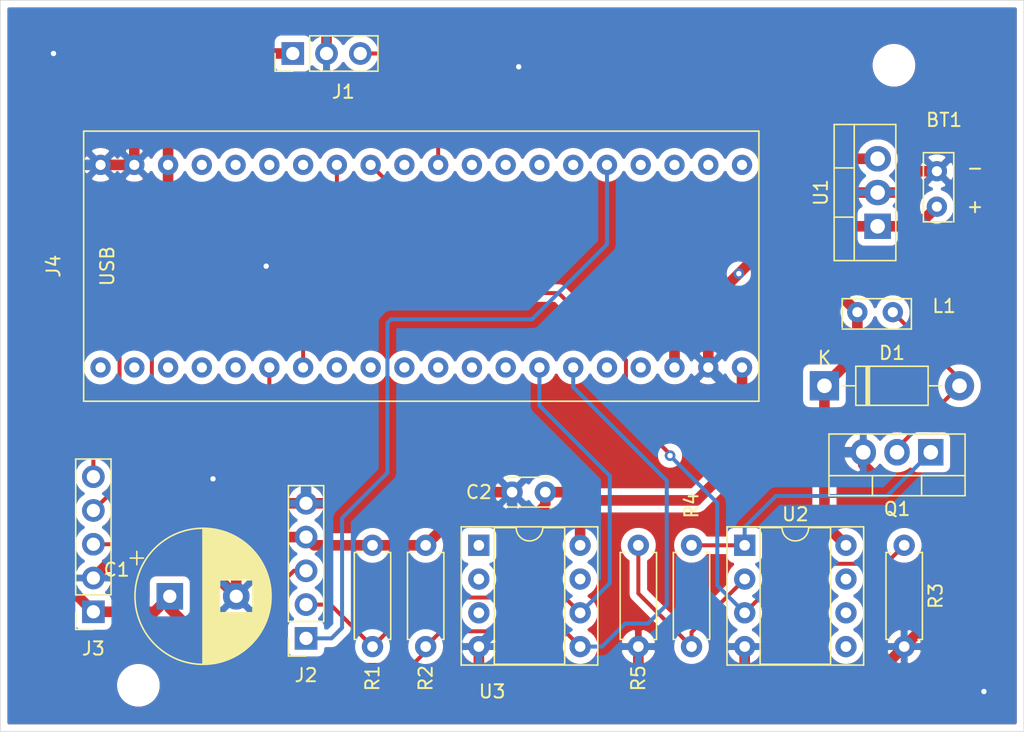
<source format=kicad_pcb>
(kicad_pcb (version 20211014) (generator pcbnew)
  (layers (0 "F.Cu" signal) (31 "B.Cu" signal) (34 "B.Paste" user) (35 "F.Paste" user) (36 "B.SilkS" user "B.Silkscreen") (37 "F.SilkS" user "F.Silkscreen") (38 "B.Mask" user) (39 "F.Mask" user) (44 "Edge.Cuts" user))
  (net 0 "")
  (net 1 "GND")
  (net 2 "Vbat")
  (net 3 "VCC_3.3V")
  (net 4 "Net-(D1-Pad2)")
  (net 5 "PA5")
  (net 6 "PA0")
  (net 7 "PB6")
  (net 8 "PB7")
  (net 9 "PA9")
  (net 10 "PA10")
  (net 11 "Net-(J4-Pad1)")
  (net 12 "Net-(J4-Pad2)")
  (net 13 "Net-(J4-Pad3)")
  (net 14 "Net-(J4-Pad4)")
  (net 15 "Net-(J4-Pad5)")
  (net 16 "Net-(J4-Pad8)")
  (net 17 "Net-(J4-Pad9)")
  (net 18 "Net-(J4-Pad10)")
  (net 19 "Net-(J4-Pad11)")
  (net 20 "Net-(J4-Pad12)")
  (net 21 "Net-(J4-Pad13)")
  (net 22 "Net-(J4-Pad16)")
  (net 23 "Net-(J4-Pad17)")
  (net 24 "VCC_5V")
  (net 25 "Net-(J4-Pad21)")
  (net 26 "Net-(J4-Pad22)")
  (net 27 "Net-(J4-Pad23)")
  (net 28 "Net-(J4-Pad24)")
  (net 29 "Net-(J4-Pad26)")
  (net 30 "Net-(J4-Pad27)")
  (net 31 "Net-(J4-Pad28)")
  (net 32 "Net-(J4-Pad29)")
  (net 33 "Net-(J4-Pad31)")
  (net 34 "PA7")
  (net 35 "Net-(J4-Pad34)")
  (net 36 "Net-(J4-Pad35)")
  (net 37 "Net-(J4-Pad36)")
  (net 38 "Net-(J4-Pad37)")
  (net 39 "Net-(Q1-Pad1)")
  (net 40 "Net-(R4-Pad2)")
  (net 41 "Net-(U3-Pad1)")
  (net 42 "Net-(U3-Pad2)")
  (net 43 "Net-(U3-Pad3)")
  (net 44 "Net-(U3-Pad7)")
  (net 45 "PB0")
  (footprint "Resistor_THT:R_Axial_DIN0207_L6.3mm_D2.5mm_P7.62mm_Horizontal" (layer "F.Cu") (at 182 81 -90)
    (fp_text reference "R4" (at -3 0 90) (layer "F.SilkS"))
    (fp_text value "10K")
    (pad "1" thru_hole circle locked (at 0 0 270) (size 1.6 1.6) (drill 0.8) (layers *.Cu *.Mask) (net 39 "Net-(Q1-Pad1)"))
    (pad "2" thru_hole oval locked (at 7.62 0 270) (size 1.6 1.6) (drill 0.8) (layers *.Cu *.Mask) (net 40 "Net-(R4-Pad2)"))
  )
  (footprint "Package_DIP:DIP-8_W7.62mm_Socket" (layer "F.Cu") (at 166 81)
    (fp_text reference "U3" (at 1 11) (layer "F.SilkS"))
    (fp_text value "EEPROM")
    (pad "1" thru_hole rect locked (at 0 0) (size 1.6 1.6) (drill 0.8) (layers *.Cu *.Mask) (net 41 "Net-(U3-Pad1)"))
    (pad "2" thru_hole oval locked (at 0 2.54) (size 1.6 1.6) (drill 0.8) (layers *.Cu *.Mask) (net 42 "Net-(U3-Pad2)"))
    (pad "3" thru_hole oval locked (at 0 5.08) (size 1.6 1.6) (drill 0.8) (layers *.Cu *.Mask) (net 43 "Net-(U3-Pad3)"))
    (pad "4" thru_hole oval locked (at 0 7.62) (size 1.6 1.6) (drill 0.8) (layers *.Cu *.Mask) (net 1 "GND"))
    (pad "5" thru_hole oval locked (at 7.62 7.62) (size 1.6 1.6) (drill 0.8) (layers *.Cu *.Mask) (net 8 "PB7"))
    (pad "6" thru_hole oval locked (at 7.62 5.08) (size 1.6 1.6) (drill 0.8) (layers *.Cu *.Mask) (net 7 "PB6"))
    (pad "7" thru_hole oval locked (at 7.62 2.54) (size 1.6 1.6) (drill 0.8) (layers *.Cu *.Mask) (net 44 "Net-(U3-Pad7)"))
    (pad "8" thru_hole oval locked (at 7.62 0) (size 1.6 1.6) (drill 0.8) (layers *.Cu *.Mask) (net 3 "VCC_3.3V"))
  )
  (footprint "Resistor_THT:R_Axial_DIN0207_L6.3mm_D2.5mm_P7.62mm_Horizontal" (layer "F.Cu") (at 158 81 -90)
    (fp_text reference "R1" (at 10 0 90) (layer "F.SilkS"))
    (fp_text value "10K")
    (pad "1" thru_hole circle locked (at 0 0 270) (size 1.6 1.6) (drill 0.8) (layers *.Cu *.Mask) (net 3 "VCC_3.3V"))
    (pad "2" thru_hole oval locked (at 7.62 0 270) (size 1.6 1.6) (drill 0.8) (layers *.Cu *.Mask) (net 7 "PB6"))
  )
  (footprint "Package_TO_SOT_THT:TO-220-3_Vertical" (layer "F.Cu") (at 196 57 90)
    (fp_text reference "U1" (at 2.54 -4.27 90) (layer "F.SilkS"))
    (fp_text value "L7805")
    (pad "1" thru_hole rect locked (at 0 0 90) (size 1.905 2) (drill 1.1) (layers *.Cu *.Mask) (net 2 "Vbat"))
    (pad "2" thru_hole oval locked (at 2.54 0 90) (size 1.905 2) (drill 1.1) (layers *.Cu *.Mask) (net 1 "GND"))
    (pad "3" thru_hole oval locked (at 5.08 0 90) (size 1.905 2) (drill 1.1) (layers *.Cu *.Mask) (net 24 "VCC_5V"))
  )
  (footprint "Package_TO_SOT_THT:TO-220-3_Vertical" (layer "F.Cu") (at 200 74 180)
    (fp_text reference "Q1" (at 2.54 -4.27) (layer "F.SilkS"))
    (fp_text value "IRLZ44N")
    (pad "1" thru_hole rect locked (at 0 0 180) (size 1.905 2) (drill 1.1) (layers *.Cu *.Mask) (net 39 "Net-(Q1-Pad1)"))
    (pad "2" thru_hole oval locked (at 2.54 0 180) (size 1.905 2) (drill 1.1) (layers *.Cu *.Mask) (net 4 "Net-(D1-Pad2)"))
    (pad "3" thru_hole oval locked (at 5.08 0 180) (size 1.905 2) (drill 1.1) (layers *.Cu *.Mask) (net 1 "GND"))
  )
  (footprint "Package_DIP:DIP-8_W7.62mm_Socket" (layer "F.Cu") (at 186 81)
    (fp_text reference "U2" (at 3.81 -2.33) (layer "F.SilkS"))
    (fp_text value "LM358")
    (pad "1" thru_hole rect locked (at 0 0) (size 1.6 1.6) (drill 0.8) (layers *.Cu *.Mask) (net 39 "Net-(Q1-Pad1)"))
    (pad "2" thru_hole oval locked (at 0 2.54) (size 1.6 1.6) (drill 0.8) (layers *.Cu *.Mask) (net 40 "Net-(R4-Pad2)"))
    (pad "3" thru_hole oval locked (at 0 5.08) (size 1.6 1.6) (drill 0.8) (layers *.Cu *.Mask) (net 34 "PA7"))
    (pad "4" thru_hole oval locked (at 0 7.62) (size 1.6 1.6) (drill 0.8) (layers *.Cu *.Mask) (net 1 "GND"))
    (pad "5" thru_hole oval locked (at 7.62 7.62) (size 1.6 1.6) (drill 0.8) (layers *.Cu *.Mask))
    (pad "6" thru_hole oval locked (at 7.62 5.08) (size 1.6 1.6) (drill 0.8) (layers *.Cu *.Mask))
    (pad "7" thru_hole oval locked (at 7.62 2.54) (size 1.6 1.6) (drill 0.8) (layers *.Cu *.Mask))
    (pad "8" thru_hole oval locked (at 7.62 0) (size 1.6 1.6) (drill 0.8) (layers *.Cu *.Mask) (net 2 "Vbat"))
  )
  (footprint "Resistor_THT:R_Axial_DIN0207_L6.3mm_D2.5mm_P7.62mm_Horizontal" (layer "F.Cu") (at 198 81 -90)
    (fp_text reference "R3" (at 3.81 -2.37 90) (layer "F.SilkS"))
    (fp_text value "10K")
    (pad "1" thru_hole circle locked (at 0 0 270) (size 1.6 1.6) (drill 0.8) (layers *.Cu *.Mask) (net 34 "PA7"))
    (pad "2" thru_hole oval locked (at 7.62 0 270) (size 1.6 1.6) (drill 0.8) (layers *.Cu *.Mask) (net 1 "GND"))
  )
  (footprint "BATT:BATT" (layer "F.Cu") (at 203 54 180)
    (fp_text reference "BT1" (at 2 5) (layer "F.SilkS"))
    (fp_text value "Battery")
    (pad "1" thru_hole circle locked (at 2.54 -1.524 180) (size 1.524 1.524) (drill 0.762) (layers *.Cu *.Mask) (net 2 "Vbat"))
    (pad "2" thru_hole circle locked (at 2.54 1.143 180) (size 1.524 1.524) (drill 0.762) (layers *.Cu *.Mask) (net 1 "GND"))
  )
  (footprint "Connector_PinSocket_2.54mm:PinSocket_1x05_P2.54mm_Vertical" (layer "F.Cu") (at 137 86 180)
    (fp_text reference "J3" (at 0 -2.77) (layer "F.SilkS"))
    (fp_text value "HC-12")
    (pad "1" thru_hole rect locked (at 0 0 180) (size 1.7 1.7) (drill 1) (layers *.Cu *.Mask) (net 3 "VCC_3.3V"))
    (pad "2" thru_hole oval locked (at 0 2.54 180) (size 1.7 1.7) (drill 1) (layers *.Cu *.Mask) (net 1 "GND"))
    (pad "3" thru_hole oval locked (at 0 5.08 180) (size 1.7 1.7) (drill 1) (layers *.Cu *.Mask) (net 9 "PA9"))
    (pad "4" thru_hole oval locked (at 0 7.62 180) (size 1.7 1.7) (drill 1) (layers *.Cu *.Mask) (net 10 "PA10"))
    (pad "5" thru_hole oval locked (at 0 10.16 180) (size 1.7 1.7) (drill 1) (layers *.Cu *.Mask) (net 45 "PB0"))
  )
  (footprint "Connector_PinSocket_2.54mm:PinSocket_1x05_P2.54mm_Vertical" (layer "F.Cu") (at 153 88 180)
    (fp_text reference "J2" (at 0 -2.77) (layer "F.SilkS"))
    (fp_text value "DS3231")
    (pad "1" thru_hole rect locked (at 0 0 180) (size 1.7 1.7) (drill 1) (layers *.Cu *.Mask) (net 6 "PA0"))
    (pad "2" thru_hole oval locked (at 0 2.54 180) (size 1.7 1.7) (drill 1) (layers *.Cu *.Mask) (net 7 "PB6"))
    (pad "3" thru_hole oval locked (at 0 5.08 180) (size 1.7 1.7) (drill 1) (layers *.Cu *.Mask) (net 8 "PB7"))
    (pad "4" thru_hole oval locked (at 0 7.62 180) (size 1.7 1.7) (drill 1) (layers *.Cu *.Mask) (net 3 "VCC_3.3V"))
    (pad "5" thru_hole oval locked (at 0 10.16 180) (size 1.7 1.7) (drill 1) (layers *.Cu *.Mask) (net 1 "GND"))
  )
  (footprint "Connector_PinHeader_2.54mm:PinHeader_1x03_P2.54mm_Vertical" (layer "F.Cu") (at 152 44 90)
    (fp_text reference "J1" (at -2.8757 3.8036 180) (layer "F.SilkS"))
    (fp_text value "MOISTURE-SENSOR")
    (pad "1" thru_hole rect locked (at 0 0 90) (size 1.7 1.7) (drill 1) (layers *.Cu *.Mask) (net 3 "VCC_3.3V"))
    (pad "2" thru_hole oval locked (at 0 2.54 90) (size 1.7 1.7) (drill 1) (layers *.Cu *.Mask) (net 1 "GND"))
    (pad "3" thru_hole oval locked (at 0 5.08 90) (size 1.7 1.7) (drill 1) (layers *.Cu *.Mask) (net 5 "PA5"))
  )
  (footprint "Capacitor_THT:C_Disc_D3.0mm_W2.0mm_P2.50mm" (layer "F.Cu") (at 171 77 180)
    (fp_text reference "C2" (at 5 0) (layer "F.SilkS"))
    (fp_text value "100nF")
    (pad "1" thru_hole circle locked (at 0 0 180) (size 1.6 1.6) (drill 0.8) (layers *.Cu *.Mask) (net 3 "VCC_3.3V"))
    (pad "2" thru_hole circle locked (at 2.5 0 180) (size 1.6 1.6) (drill 0.8) (layers *.Cu *.Mask) (net 1 "GND"))
  )
  (footprint "Capacitor_THT:CP_Radial_D10.0mm_P5.00mm" (layer "F.Cu") (at 142.748 84.836)
    (fp_text reference "C1" (at -4 -2) (layer "F.SilkS"))
    (fp_text value "100uF")
    (pad "1" thru_hole rect locked (at 0 0) (size 2 2) (drill 1) (layers *.Cu *.Mask) (net 3 "VCC_3.3V"))
    (pad "2" thru_hole circle locked (at 5 0) (size 2 2) (drill 1) (layers *.Cu *.Mask) (net 1 "GND"))
  )
  (footprint "BATT:BATT" (layer "F.Cu") (at 196 66 90)
    (fp_text reference "L1" (at 3 5 180) (layer "F.SilkS"))
    (fp_text value "SOLENOID")
    (pad "1" thru_hole circle locked (at 2.54 -1.524 90) (size 1.524 1.524) (drill 0.762) (layers *.Cu *.Mask) (net 2 "Vbat"))
    (pad "2" thru_hole circle locked (at 2.54 1.143 90) (size 1.524 1.524) (drill 0.762) (layers *.Cu *.Mask) (net 4 "Net-(D1-Pad2)"))
  )
  (footprint "Resistor_THT:R_Axial_DIN0207_L6.3mm_D2.5mm_P7.62mm_Horizontal" (layer "F.Cu") (at 178 81 -90)
    (fp_text reference "R5" (at 10 0 90) (layer "F.SilkS"))
    (fp_text value "20K")
    (pad "1" thru_hole circle locked (at 0 0 270) (size 1.6 1.6) (drill 0.8) (layers *.Cu *.Mask) (net 40 "Net-(R4-Pad2)"))
    (pad "2" thru_hole oval locked (at 7.62 0 270) (size 1.6 1.6) (drill 0.8) (layers *.Cu *.Mask) (net 1 "GND"))
  )
  (footprint "Diode_THT:D_DO-41_SOD81_P10.16mm_Horizontal" (layer "F.Cu") (at 192 69)
    (fp_text reference "D1" (at 5.08 -2.47) (layer "F.SilkS"))
    (fp_text value "1N4001")
    (fp_text user "K" (at 0 -2.1) (layer "F.SilkS"))
    (pad "1" thru_hole rect locked (at 0 0) (size 2.2 2.2) (drill 1.1) (layers *.Cu *.Mask) (net 2 "Vbat"))
    (pad "2" thru_hole oval locked (at 10.16 0) (size 2.2 2.2) (drill 1.1) (layers *.Cu *.Mask) (net 4 "Net-(D1-Pad2)"))
  )
  (footprint "BLUEPILL:BLUEPILL" (layer "F.Cu") (at 135 60)
    (fp_text reference "J4" (at -1 0 90) (layer "F.SilkS"))
    (fp_text value "BLUEPILL")
    (fp_text user "USB" (at 3.048 0 90) (layer "F.SilkS"))
    (pad "1" thru_hole circle locked (at 2.54 7.62) (size 1.524 1.524) (drill 0.762) (layers *.Cu *.Mask) (net 11 "Net-(J4-Pad1)"))
    (pad "2" thru_hole circle locked (at 5.08 7.62) (size 1.524 1.524) (drill 0.762) (layers *.Cu *.Mask) (net 12 "Net-(J4-Pad2)"))
    (pad "3" thru_hole circle locked (at 7.62 7.62) (size 1.524 1.524) (drill 0.762) (layers *.Cu *.Mask) (net 13 "Net-(J4-Pad3)"))
    (pad "4" thru_hole circle locked (at 10.16 7.62) (size 1.524 1.524) (drill 0.762) (layers *.Cu *.Mask) (net 14 "Net-(J4-Pad4)"))
    (pad "5" thru_hole circle locked (at 12.7 7.62) (size 1.524 1.524) (drill 0.762) (layers *.Cu *.Mask) (net 15 "Net-(J4-Pad5)"))
    (pad "6" thru_hole circle locked (at 15.24 7.62) (size 1.524 1.524) (drill 0.762) (layers *.Cu *.Mask) (net 9 "PA9"))
    (pad "7" thru_hole circle locked (at 17.78 7.62) (size 1.524 1.524) (drill 0.762) (layers *.Cu *.Mask) (net 10 "PA10"))
    (pad "8" thru_hole circle locked (at 20.32 7.62) (size 1.524 1.524) (drill 0.762) (layers *.Cu *.Mask) (net 16 "Net-(J4-Pad8)"))
    (pad "9" thru_hole circle locked (at 22.86 7.62) (size 1.524 1.524) (drill 0.762) (layers *.Cu *.Mask) (net 17 "Net-(J4-Pad9)"))
    (pad "10" thru_hole circle locked (at 25.4 7.62) (size 1.524 1.524) (drill 0.762) (layers *.Cu *.Mask) (net 18 "Net-(J4-Pad10)"))
    (pad "11" thru_hole circle locked (at 27.94 7.62) (size 1.524 1.524) (drill 0.762) (layers *.Cu *.Mask) (net 19 "Net-(J4-Pad11)"))
    (pad "12" thru_hole circle locked (at 30.48 7.62) (size 1.524 1.524) (drill 0.762) (layers *.Cu *.Mask) (net 20 "Net-(J4-Pad12)"))
    (pad "13" thru_hole circle locked (at 33.02 7.62) (size 1.524 1.524) (drill 0.762) (layers *.Cu *.Mask) (net 21 "Net-(J4-Pad13)"))
    (pad "14" thru_hole circle locked (at 35.56 7.62) (size 1.524 1.524) (drill 0.762) (layers *.Cu *.Mask) (net 7 "PB6"))
    (pad "15" thru_hole circle locked (at 38.1 7.62) (size 1.524 1.524) (drill 0.762) (layers *.Cu *.Mask) (net 8 "PB7"))
    (pad "16" thru_hole circle locked (at 40.64 7.62) (size 1.524 1.524) (drill 0.762) (layers *.Cu *.Mask) (net 22 "Net-(J4-Pad16)"))
    (pad "17" thru_hole circle locked (at 43.18 7.62) (size 1.524 1.524) (drill 0.762) (layers *.Cu *.Mask) (net 23 "Net-(J4-Pad17)"))
    (pad "18" thru_hole circle locked (at 45.72 7.62) (size 1.524 1.524) (drill 0.762) (layers *.Cu *.Mask) (net 24 "VCC_5V"))
    (pad "19" thru_hole circle locked (at 48.26 7.62) (size 1.524 1.524) (drill 0.762) (layers *.Cu *.Mask) (net 1 "GND"))
    (pad "20" thru_hole circle locked (at 50.8 7.62) (size 1.524 1.524) (drill 0.762) (layers *.Cu *.Mask) (net 3 "VCC_3.3V"))
    (pad "21" thru_hole circle locked (at 50.8 -7.62) (size 1.524 1.524) (drill 0.762) (layers *.Cu *.Mask) (net 25 "Net-(J4-Pad21)"))
    (pad "22" thru_hole circle locked (at 48.26 -7.62) (size 1.524 1.524) (drill 0.762) (layers *.Cu *.Mask) (net 26 "Net-(J4-Pad22)"))
    (pad "23" thru_hole circle locked (at 45.72 -7.62) (size 1.524 1.524) (drill 0.762) (layers *.Cu *.Mask) (net 27 "Net-(J4-Pad23)"))
    (pad "24" thru_hole circle locked (at 43.18 -7.62) (size 1.524 1.524) (drill 0.762) (layers *.Cu *.Mask) (net 28 "Net-(J4-Pad24)"))
    (pad "25" thru_hole circle locked (at 40.64 -7.62) (size 1.524 1.524) (drill 0.762) (layers *.Cu *.Mask) (net 6 "PA0"))
    (pad "26" thru_hole circle locked (at 38.1 -7.62) (size 1.524 1.524) (drill 0.762) (layers *.Cu *.Mask) (net 29 "Net-(J4-Pad26)"))
    (pad "27" thru_hole circle locked (at 35.56 -7.62) (size 1.524 1.524) (drill 0.762) (layers *.Cu *.Mask) (net 30 "Net-(J4-Pad27)"))
    (pad "28" thru_hole circle locked (at 33.02 -7.62) (size 1.524 1.524) (drill 0.762) (layers *.Cu *.Mask) (net 31 "Net-(J4-Pad28)"))
    (pad "29" thru_hole circle locked (at 30.48 -7.62) (size 1.524 1.524) (drill 0.762) (layers *.Cu *.Mask) (net 32 "Net-(J4-Pad29)"))
    (pad "30" thru_hole circle locked (at 27.94 -7.62) (size 1.524 1.524) (drill 0.762) (layers *.Cu *.Mask) (net 5 "PA5"))
    (pad "31" thru_hole circle locked (at 25.4 -7.62) (size 1.524 1.524) (drill 0.762) (layers *.Cu *.Mask) (net 33 "Net-(J4-Pad31)"))
    (pad "32" thru_hole circle locked (at 22.86 -7.62) (size 1.524 1.524) (drill 0.762) (layers *.Cu *.Mask) (net 34 "PA7"))
    (pad "33" thru_hole circle locked (at 20.32 -7.62) (size 1.524 1.524) (drill 0.762) (layers *.Cu *.Mask) (net 45 "PB0"))
    (pad "34" thru_hole circle locked (at 17.78 -7.62) (size 1.524 1.524) (drill 0.762) (layers *.Cu *.Mask) (net 35 "Net-(J4-Pad34)"))
    (pad "35" thru_hole circle locked (at 15.24 -7.62) (size 1.524 1.524) (drill 0.762) (layers *.Cu *.Mask) (net 36 "Net-(J4-Pad35)"))
    (pad "36" thru_hole circle locked (at 12.7 -7.62) (size 1.524 1.524) (drill 0.762) (layers *.Cu *.Mask) (net 37 "Net-(J4-Pad36)"))
    (pad "37" thru_hole circle locked (at 10.16 -7.62) (size 1.524 1.524) (drill 0.762) (layers *.Cu *.Mask) (net 38 "Net-(J4-Pad37)"))
    (pad "38" thru_hole circle locked (at 7.62 -7.62) (size 1.524 1.524) (drill 0.762) (layers *.Cu *.Mask) (net 3 "VCC_3.3V"))
    (pad "39" thru_hole circle locked (at 5.08 -7.62) (size 1.524 1.524) (drill 0.762) (layers *.Cu *.Mask) (net 1 "GND"))
    (pad "40" thru_hole circle locked (at 2.54 -7.62) (size 1.524 1.524) (drill 0.762) (layers *.Cu *.Mask) (net 1 "GND"))
  )
  (footprint "Resistor_THT:R_Axial_DIN0207_L6.3mm_D2.5mm_P7.62mm_Horizontal" (layer "F.Cu") (at 162 81 -90)
    (fp_text reference "R2" (at 10 0 90) (layer "F.SilkS"))
    (fp_text value "10K")
    (pad "1" thru_hole circle locked (at 0 0 270) (size 1.6 1.6) (drill 0.8) (layers *.Cu *.Mask) (net 3 "VCC_3.3V"))
    (pad "2" thru_hole oval locked (at 7.62 0 270) (size 1.6 1.6) (drill 0.8) (layers *.Cu *.Mask) (net 8 "PB7"))
  )
  (footprint "MountingHole:MountingHole_2.2mm_M2" (layer "F.Cu") (at 197.22846 44.88688)
    (fp_text reference " " (at 0 -3.2) (layer "F.SilkS"))
    (fp_text value "MountingHole_2.2mm_M2")
    (pad "" np_thru_hole circle locked (at 0 0) (size 2.2 2.2) (drill 2.2) (layers *.Cu *.Mask))
  )
  (footprint "MountingHole:MountingHole_2.2mm_M2" (layer "F.Cu") (at 140.38834 91.53144)
    (fp_text reference " " (at 0 -3.2) (layer "F.SilkS"))
    (fp_text value "MountingHole_2.2mm_M2")
    (pad "" np_thru_hole circle locked (at 0 0) (size 2.2 2.2) (drill 2.2) (layers *.Cu *.Mask))
  )
  (gr_line (start 130 95) (end 130 40) (layer "Edge.Cuts") (width 0.05))
  (gr_line (start 207 95) (end 130 95) (layer "Edge.Cuts") (width 0.05))
  (gr_line (start 130 40) (end 200 40) (layer "Edge.Cuts") (width 0.05))
  (gr_line (start 200 40) (end 207 40) (layer "Edge.Cuts") (width 0.05))
  (gr_line (start 207 40) (end 207 95) (layer "Edge.Cuts") (width 0.05))
  (gr_text "+" (at 203.33208 55.4863) (layer "F.SilkS") (effects (font (size 1 1))))
  (gr_text "-" (at 203.33208 52.59324) (layer "F.SilkS") (effects (font (size 1 1))))
  (segment (start 166 91) (end 167 92) (width 0.8) (layer "F.Cu") (net 1))
  (segment (start 178.020001 91.020001) (end 179 92) (width 0.8) (layer "F.Cu") (net 1))
  (segment (start 143 41) (end 140.08 43.92) (width 0.8) (layer "F.Cu") (net 1))
  (segment (start 147.748 80.252) (end 147.748 84.836) (width 0.8) (layer "F.Cu") (net 1))
  (segment (start 166 88.62) (end 166 91) (width 0.8) (layer "F.Cu") (net 1))
  (segment (start 199.143 52.857) (end 200.46 52.857) (width 0.8) (layer "F.Cu") (net 1))
  (segment (start 140.08 43.92) (end 140.08 52.38) (width 0.8) (layer "F.Cu") (net 1))
  (segment (start 178 90) (end 178.020001 90.020001) (width 0.8) (layer "F.Cu") (net 1))
  (segment (start 153 77.84) (end 160.16 77.84) (width 0.8) (layer "F.Cu") (net 1))
  (segment (start 194.92 74.92) (end 200 80) (width 0.8) (layer "F.Cu") (net 1))
  (segment (start 137 83.46) (end 137.849999 82.610001) (width 0.8) (layer "F.Cu") (net 1))
  (segment (start 178.020001 90.020001) (end 178.020001 91.020001) (width 0.8) (layer "F.Cu") (net 1))
  (segment (start 186 91) (end 187 92) (width 0.8) (layer "F.Cu") (net 1))
  (segment (start 154.54 44) (end 154.54 42.54) (width 0.8) (layer "F.Cu") (net 1))
  (segment (start 194.62 92) (end 198 88.62) (width 0.8) (layer "F.Cu") (net 1))
  (segment (start 153 77.84) (end 150.16 77.84) (width 0.8) (layer "F.Cu") (net 1))
  (segment (start 137.54 52.38) (end 140.08 52.38) (width 0.8) (layer "F.Cu") (net 1))
  (segment (start 200 80) (end 200 86.62) (width 0.8) (layer "F.Cu") (net 1))
  (segment (start 154.54 42.54) (end 153 41) (width 0.8) (layer "F.Cu") (net 1))
  (segment (start 197.54 54.46) (end 199.143 52.857) (width 0.8) (layer "F.Cu") (net 1))
  (segment (start 153 41) (end 143 41) (width 0.8) (layer "F.Cu") (net 1))
  (segment (start 200 86.62) (end 198 88.62) (width 0.8) (layer "F.Cu") (net 1))
  (segment (start 179 92) (end 187 92) (width 0.8) (layer "F.Cu") (net 1))
  (segment (start 194.2 54.46) (end 183.26 65.4) (width 0.8) (layer "F.Cu") (net 1))
  (segment (start 186 88.62) (end 186 91) (width 0.8) (layer "F.Cu") (net 1))
  (segment (start 160.16 77.84) (end 161 77) (width 0.8) (layer "F.Cu") (net 1))
  (segment (start 183.26 65.4) (end 183.26 67.62) (width 0.8) (layer "F.Cu") (net 1))
  (segment (start 167 92) (end 179 92) (width 0.8) (layer "F.Cu") (net 1))
  (segment (start 196 54.46) (end 194.2 54.46) (width 0.8) (layer "F.Cu") (net 1))
  (segment (start 161 77) (end 168.5 77) (width 0.8) (layer "F.Cu") (net 1))
  (segment (start 196 54.46) (end 197.54 54.46) (width 0.8) (layer "F.Cu") (net 1))
  (segment (start 187 92) (end 194.62 92) (width 0.8) (layer "F.Cu") (net 1))
  (segment (start 194.92 74) (end 194.92 74.92) (width 0.8) (layer "F.Cu") (net 1))
  (segment (start 137.849999 82.610001) (end 145.522001 82.610001) (width 0.8) (layer "F.Cu") (net 1))
  (segment (start 194.92 74) (end 195 74) (width 0.8) (layer "F.Cu") (net 1))
  (segment (start 178 88.62) (end 178 90) (width 0.8) (layer "F.Cu") (net 1))
  (segment (start 145.522001 82.610001) (end 147.748 84.836) (width 0.8) (layer "F.Cu") (net 1))
  (segment (start 150.16 77.84) (end 147.748 80.252) (width 0.8) (layer "F.Cu") (net 1))
  (via (at 146 76) (size 0.8) (drill 0.4) (layers "F.Cu" "B.Cu") (net 1))
  (via (at 150 60) (size 0.8) (drill 0.4) (layers "F.Cu" "B.Cu") (net 1))
  (via (at 169 45) (size 0.8) (drill 0.4) (layers "F.Cu" "B.Cu") (net 1))
  (via (at 204 92) (size 0.8) (drill 0.4) (layers "F.Cu" "B.Cu") (net 1))
  (via (at 134 44) (size 0.8) (drill 0.4) (layers "F.Cu" "B.Cu") (net 1))
  (segment (start 168.5 86.12) (end 168.5 77) (width 0.8) (layer "B.Cu") (net 1))
  (segment (start 166 88.62) (end 168.5 86.12) (width 0.8) (layer "B.Cu") (net 1))
  (segment (start 151.7269 73.96988) (end 153 75.24298) (width 0.8) (layer "B.Cu") (net 1))
  (segment (start 183.26 67.62) (end 189.64 74) (width 0.8) (layer "B.Cu") (net 1))
  (segment (start 137.54 52.38) (end 134.50812 52.38) (width 0.8) (layer "B.Cu") (net 1))
  (segment (start 189.64 74) (end 194.92 74) (width 0.8) (layer "B.Cu") (net 1))
  (segment (start 134.50812 52.38) (end 131.61518 55.27294) (width 0.8) (layer "B.Cu") (net 1))
  (segment (start 134.47268 73.96988) (end 151.7269 73.96988) (width 0.8) (layer "B.Cu") (net 1))
  (segment (start 153 75.24298) (end 153 77.84) (width 0.8) (layer "B.Cu") (net 1))
  (segment (start 131.61518 55.27294) (end 131.61518 71.11238) (width 0.8) (layer "B.Cu") (net 1))
  (segment (start 131.61518 71.11238) (end 134.47268 73.96988) (width 0.8) (layer "B.Cu") (net 1))
  (segment (start 194.476 66.524) (end 192 69) (width 0.8) (layer "F.Cu") (net 2))
  (segment (start 196 57) (end 194 57) (width 0.8) (layer "F.Cu") (net 2))
  (segment (start 194 57) (end 193 58) (width 0.8) (layer "F.Cu") (net 2))
  (segment (start 192 69) (end 192 79.38) (width 0.8) (layer "F.Cu") (net 2))
  (segment (start 192 79.38) (end 193.62 81) (width 0.8) (layer "F.Cu") (net 2))
  (segment (start 198.984 57) (end 200.46 55.524) (width 0.8) (layer "F.Cu") (net 2))
  (segment (start 196 57) (end 198.984 57) (width 0.8) (layer "F.Cu") (net 2))
  (segment (start 193 61.984) (end 194.476 63.46) (width 0.8) (layer "F.Cu") (net 2))
  (segment (start 193 58) (end 193 61.984) (width 0.8) (layer "F.Cu") (net 2))
  (segment (start 194.476 63.46) (end 194.476 66.524) (width 0.8) (layer "F.Cu") (net 2))
  (segment (start 136.5 62.5) (end 134 65) (width 0.8) (layer "F.Cu") (net 3))
  (segment (start 144 87) (end 142.748 85.748) (width 0.8) (layer "F.Cu") (net 3))
  (segment (start 173 77) (end 173.62 77.62) (width 0.8) (layer "F.Cu") (net 3))
  (segment (start 158 81) (end 153.62 81) (width 0.8) (layer "F.Cu") (net 3))
  (segment (start 173.62 77.62) (end 173.62 81) (width 0.8) (layer "F.Cu") (net 3))
  (segment (start 150.62 80.38) (end 150 81) (width 0.8) (layer "F.Cu") (net 3))
  (segment (start 141.584 86) (end 142.748 84.836) (width 0.8) (layer "F.Cu") (net 3))
  (segment (start 150 81) (end 150 86) (width 0.8) (layer "F.Cu") (net 3))
  (segment (start 145 44) (end 142.62 46.38) (width 0.8) (layer "F.Cu") (net 3))
  (segment (start 134 83) (end 137 86) (width 0.8) (layer "F.Cu") (net 3))
  (segment (start 182.38 77.62) (end 173.62 77.62) (width 0.8) (layer "F.Cu") (net 3))
  (segment (start 142.62 56.38) (end 136.5 62.5) (width 0.8) (layer "F.Cu") (net 3))
  (segment (start 164 79) (end 170 79) (width 0.8) (layer "F.Cu") (net 3))
  (segment (start 150 86) (end 149 87) (width 0.8) (layer "F.Cu") (net 3))
  (segment (start 142.62 46.38) (end 142.62 52.38) (width 0.8) (layer "F.Cu") (net 3))
  (segment (start 170 79) (end 171 78) (width 0.8) (layer "F.Cu") (net 3))
  (segment (start 162 81) (end 164 79) (width 0.8) (layer "F.Cu") (net 3))
  (segment (start 153 80.38) (end 150.62 80.38) (width 0.8) (layer "F.Cu") (net 3))
  (segment (start 185.8 74.2) (end 182.38 77.62) (width 0.8) (layer "F.Cu") (net 3))
  (segment (start 149 87) (end 144 87) (width 0.8) (layer "F.Cu") (net 3))
  (segment (start 142.62 52.38) (end 142.62 56.38) (width 0.8) (layer "F.Cu") (net 3))
  (segment (start 152 44) (end 145 44) (width 0.8) (layer "F.Cu") (net 3))
  (segment (start 153.62 81) (end 153 80.38) (width 0.8) (layer "F.Cu") (net 3))
  (segment (start 185.8 67.62) (end 185.8 74.2) (width 0.8) (layer "F.Cu") (net 3))
  (segment (start 171 77) (end 173 77) (width 0.8) (layer "F.Cu") (net 3))
  (segment (start 134 65) (end 134 83) (width 0.8) (layer "F.Cu") (net 3))
  (segment (start 171 78) (end 171 77) (width 0.8) (layer "F.Cu") (net 3))
  (segment (start 137 86) (end 141.584 86) (width 0.8) (layer "F.Cu") (net 3))
  (segment (start 142.748 85.748) (end 142.748 84.836) (width 0.8) (layer "F.Cu") (net 3))
  (segment (start 158 81) (end 162 81) (width 0.8) (layer "F.Cu") (net 3))
  (segment (start 197.143 63.46) (end 202.16 68.477) (width 0.3) (layer "F.Cu") (net 4))
  (segment (start 202.16 68.477) (end 202.16 69) (width 0.3) (layer "F.Cu") (net 4))
  (segment (start 202.16 69) (end 197.46 73.7) (width 0.3) (layer "F.Cu") (net 4))
  (segment (start 197.46 73.7) (end 197.46 74) (width 0.3) (layer "F.Cu") (net 4))
  (segment (start 160 44) (end 162.94 46.94) (width 0.3) (layer "F.Cu") (net 5))
  (segment (start 162.94 46.94) (end 162.94 52.38) (width 0.3) (layer "F.Cu") (net 5))
  (segment (start 157.08 44) (end 160 44) (width 0.3) (layer "F.Cu") (net 5))
  (segment (start 175.64 58.36) (end 170 64) (width 0.3) (layer "B.Cu") (net 6))
  (segment (start 159.38284 64) (end 159.12338 64.25946) (width 0.3) (layer "B.Cu") (net 6))
  (segment (start 170 64) (end 159.38284 64) (width 0.3) (layer "B.Cu") (net 6))
  (segment (start 159.12338 75.5396) (end 155.70962 78.95336) (width 0.3) (layer "B.Cu") (net 6))
  (segment (start 155.70962 78.95336) (end 155.70962 87.20074) (width 0.3) (layer "B.Cu") (net 6))
  (segment (start 159.12338 64.25946) (end 159.12338 75.5396) (width 0.3) (layer "B.Cu") (net 6))
  (segment (start 175.64 52.38) (end 175.64 58.36) (width 0.3) (layer "B.Cu") (net 6))
  (segment (start 154.91036 88) (end 153 88) (width 0.3) (layer "B.Cu") (net 6))
  (segment (start 155.70962 87.20074) (end 154.91036 88) (width 0.3) (layer "B.Cu") (net 6))
  (segment (start 172.469999 84.929999) (end 173.62 86.08) (width 0.3) (layer "F.Cu") (net 7))
  (segment (start 161.690001 84.929999) (end 172.469999 84.929999) (width 0.3) (layer "F.Cu") (net 7))
  (segment (start 158 88.62) (end 161.690001 84.929999) (width 0.3) (layer "F.Cu") (net 7))
  (segment (start 153 85.46) (end 154.84 85.46) (width 0.3) (layer "F.Cu") (net 7))
  (segment (start 154.84 85.46) (end 158 88.62) (width 0.3) (layer "F.Cu") (net 7))
  (segment (start 170.56 70.48146) (end 175.84928 75.77074) (width 0.3) (layer "B.Cu") (net 7))
  (segment (start 170.56 67.62) (end 170.56 70.48146) (width 0.3) (layer "B.Cu") (net 7))
  (segment (start 175.84928 83.85072) (end 173.62 86.08) (width 0.3) (layer "B.Cu") (net 7))
  (segment (start 175.84928 75.77074) (end 175.84928 83.85072) (width 0.3) (layer "B.Cu") (net 7))
  (segment (start 150.75001 84.24999) (end 150.75001 89.75001) (width 0.3) (layer "F.Cu") (net 8))
  (segment (start 162 88.62) (end 163.150001 87.469999) (width 0.3) (layer "F.Cu") (net 8))
  (segment (start 150.75001 89.75001) (end 151 90) (width 0.3) (layer "F.Cu") (net 8))
  (segment (start 153 82.92) (end 152.08 82.92) (width 0.3) (layer "F.Cu") (net 8))
  (segment (start 162 89) (end 162 88.62) (width 0.3) (layer "F.Cu") (net 8))
  (segment (start 163.150001 87.469999) (end 172.469999 87.469999) (width 0.3) (layer "F.Cu") (net 8))
  (segment (start 172.469999 87.469999) (end 173.62 88.62) (width 0.3) (layer "F.Cu") (net 8))
  (segment (start 152.08 82.92) (end 150.75001 84.24999) (width 0.3) (layer "F.Cu") (net 8))
  (segment (start 161 90) (end 162 89) (width 0.3) (layer "F.Cu") (net 8))
  (segment (start 151 90) (end 161 90) (width 0.3) (layer "F.Cu") (net 8))
  (segment (start 173.1 67.62) (end 173.1 69.09716) (width 0.3) (layer "B.Cu") (net 8))
  (segment (start 177.00498 86.88832) (end 175.2733 88.62) (width 0.3) (layer "B.Cu") (net 8))
  (segment (start 178.71948 86.88832) (end 177.00498 86.88832) (width 0.3) (layer "B.Cu") (net 8))
  (segment (start 173.1 69.09716) (end 180.1368 76.13396) (width 0.3) (layer "B.Cu") (net 8))
  (segment (start 180.1368 76.13396) (end 180.1368 85.471) (width 0.3) (layer "B.Cu") (net 8))
  (segment (start 175.2733 88.62) (end 173.62 88.62) (width 0.3) (layer "B.Cu") (net 8))
  (segment (start 180.1368 85.471) (end 178.71948 86.88832) (width 0.3) (layer "B.Cu") (net 8))
  (segment (start 144.08 80.92) (end 137 80.92) (width 0.3) (layer "F.Cu") (net 9))
  (segment (start 150.24 74.76) (end 144.08 80.92) (width 0.3) (layer "F.Cu") (net 9))
  (segment (start 150.24 67.62) (end 150.24 74.76) (width 0.3) (layer "F.Cu") (net 9))
  (segment (start 142.6 65.2) (end 152.4 65.2) (width 0.3) (layer "F.Cu") (net 10))
  (segment (start 152.4 65.2) (end 152.78 65.58) (width 0.3) (layer "F.Cu") (net 10))
  (segment (start 137 78.38) (end 141.4 73.98) (width 0.3) (layer "F.Cu") (net 10))
  (segment (start 141.4 66.4) (end 142.6 65.2) (width 0.3) (layer "F.Cu") (net 10))
  (segment (start 152.78 65.58) (end 152.78 67.62) (width 0.3) (layer "F.Cu") (net 10))
  (segment (start 141.4 73.98) (end 141.4 66.4) (width 0.3) (layer "F.Cu") (net 10))
  (segment (start 185.56 60.56) (end 180.72 65.4) (width 0.8) (layer "F.Cu") (net 24))
  (segment (start 180.72 65.4) (end 180.72 67.62) (width 0.8) (layer "F.Cu") (net 24))
  (segment (start 194.2 51.92) (end 185.56 60.56) (width 0.8) (layer "F.Cu") (net 24))
  (segment (start 196 51.92) (end 194.2 51.92) (width 0.8) (layer "F.Cu") (net 24))
  (via (at 185.56 60.56) (size 0.8) (drill 0.4) (layers "F.Cu" "B.Cu") (net 24))
  (segment (start 157.86 52.38) (end 167.50426 62.02426) (width 0.3) (layer "F.Cu") (net 34))
  (segment (start 189.690001 82.389999) (end 196.610001 82.389999) (width 0.3) (layer "F.Cu") (net 34))
  (segment (start 186 86.08) (end 189.690001 82.389999) (width 0.3) (layer "F.Cu") (net 34))
  (segment (start 177.067999 70.835039) (end 180.38572 74.15276) (width 0.3) (layer "F.Cu") (net 34))
  (segment (start 196.610001 82.389999) (end 198 81) (width 0.3) (layer "F.Cu") (net 34))
  (segment (start 177.067999 67.086239) (end 177.067999 70.835039) (width 0.3) (layer "F.Cu") (net 34))
  (segment (start 180.38572 74.15276) (end 180.38572 74.25436) (width 0.3) (layer "F.Cu") (net 34))
  (segment (start 172.00602 62.02426) (end 177.067999 67.086239) (width 0.3) (layer "F.Cu") (net 34))
  (segment (start 167.50426 62.02426) (end 172.00602 62.02426) (width 0.3) (layer "F.Cu") (net 34))
  (via (at 180.38572 74.25436) (size 0.8) (drill 0.4) (layers "F.Cu" "B.Cu") (net 34))
  (segment (start 180.38572 74.25436) (end 183.93664 77.80528) (width 0.3) (layer "B.Cu") (net 34))
  (segment (start 183.93664 77.80528) (end 183.93664 84.01664) (width 0.3) (layer "B.Cu") (net 34))
  (segment (start 183.93664 84.01664) (end 186 86.08) (width 0.3) (layer "B.Cu") (net 34))
  (segment (start 182 81) (end 186 81) (width 0.3) (layer "F.Cu") (net 39))
  (segment (start 186 81) (end 186 79.64082) (width 0.3) (layer "B.Cu") (net 39))
  (segment (start 196.71034 77.28966) (end 200 74) (width 0.3) (layer "B.Cu") (net 39))
  (segment (start 188.35116 77.28966) (end 196.71034 77.28966) (width 0.3) (layer "B.Cu") (net 39))
  (segment (start 186 79.64082) (end 188.35116 77.28966) (width 0.3) (layer "B.Cu") (net 39))
  (segment (start 178 81) (end 178 84.62) (width 0.3) (layer "F.Cu") (net 40))
  (segment (start 182 87.54) (end 186 83.54) (width 0.3) (layer "F.Cu") (net 40))
  (segment (start 178 84.62) (end 182 88.62) (width 0.3) (layer "F.Cu") (net 40))
  (segment (start 182 88.62) (end 182 87.54) (width 0.3) (layer "F.Cu") (net 40))
  (segment (start 137 70.52816) (end 138.967999 68.560161) (width 0.3) (layer "F.Cu") (net 45))
  (segment (start 138.967999 64.247241) (end 146.29892 56.91632) (width 0.3) (layer "F.Cu") (net 45))
  (segment (start 146.29892 56.91632) (end 152.84196 56.91632) (width 0.3) (layer "F.Cu") (net 45))
  (segment (start 137 75.84) (end 137 70.52816) (width 0.3) (layer "F.Cu") (net 45))
  (segment (start 138.967999 68.560161) (end 138.967999 64.247241) (width 0.3) (layer "F.Cu") (net 45))
  (segment (start 152.84196 56.91632) (end 155.32 54.43828) (width 0.3) (layer "F.Cu") (net 45))
  (segment (start 155.32 54.43828) (end 155.32 52.38) (width 0.3) (layer "F.Cu") (net 45))
  (zone (net 1) (net_name "GND") (layer "F.Cu") (connect_pads (clearance 0.508)) (min_thickness 0.254) (fill yes (thermal_gap 0.508) (thermal_bridge_width 0.508))
    (polygon (pts (xy 207 95) (xy 130 95) (xy 130 40) (xy 207 40)))
  )
  (zone (net 1) (net_name "GND") (layer "B.Cu") (connect_pads (clearance 0.508)) (min_thickness 0.254) (fill yes (thermal_gap 0.508) (thermal_bridge_width 0.508))
    (polygon (pts (xy 207 95) (xy 130 95) (xy 130 40) (xy 207 40)))
  )
)
</source>
